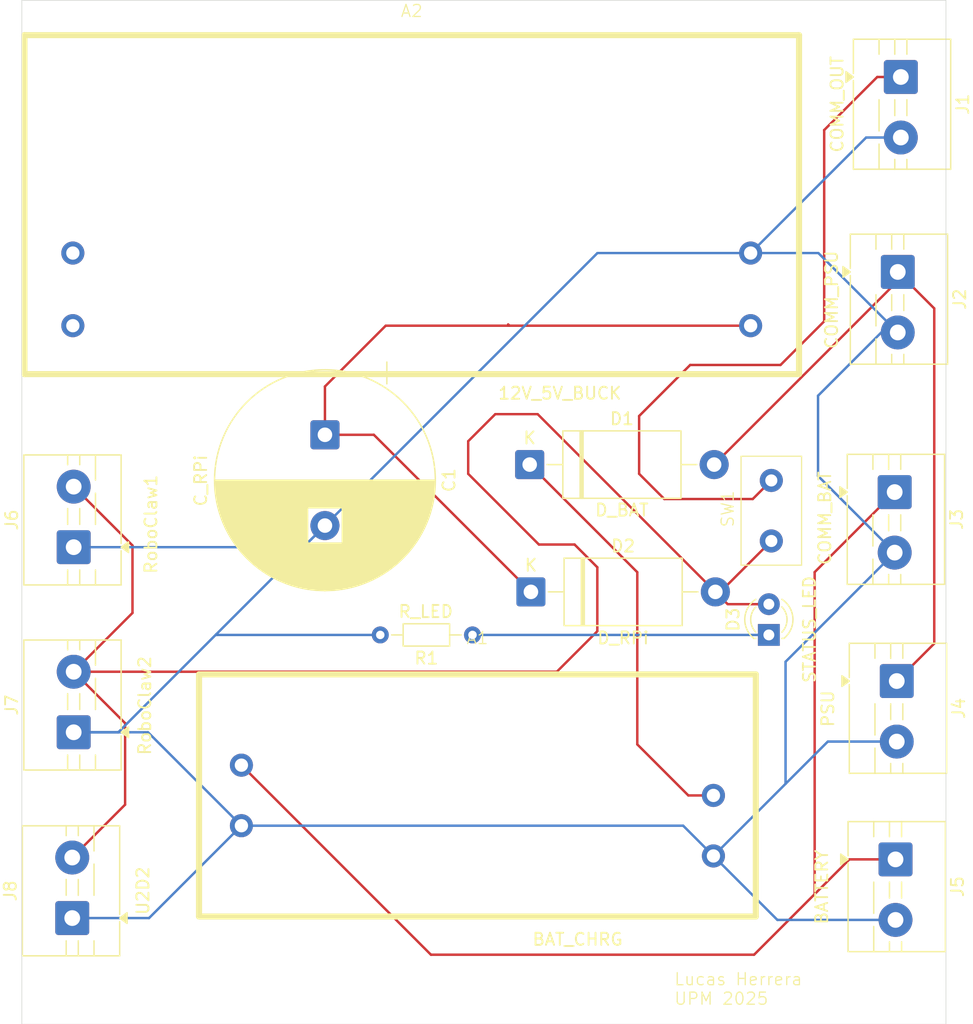
<source format=kicad_pcb>
(kicad_pcb (version 20241229) (generator "pcbnew") (generator_version "9.0")
  (layers (0 "F.Cu" signal) (2 "B.Cu" signal) (13 "F.Paste" user) (15 "B.Paste" user) (5 "F.SilkS" user "F.Silkscreen") (7 "B.SilkS" user "B.Silkscreen") (1 "F.Mask" user) (3 "B.Mask" user) (25 "Edge.Cuts" user))
  (net 0 "")
  (net 1 "Net-(A1-Vin+)")
  (net 2 "Net-(A1-Bat+)")
  (net 3 "GND")
  (net 4 "Net-(A2-Vin+)")
  (net 7 "Net-(D1-A)")
  (net 8 "Net-(D2-A)")
  (net 9 "Net-(J1-Pin_1)")
  (net 10 "Net-(D3-K)")
  (footprint "components:BAT_CHRG" (layer "F.Cu") (at 136.8044 111.9124)
    (property "Reference" "A1" (at 0 -13 0) (layer "F.SilkS") (effects (font (thickness 0.1))))
    (property "Value" "BAT_CHRG")
    (pad "1" thru_hole circle (at 19.5 0) (size 1.905 1.905) (drill 1.1) (layers "*.Cu" "*.Mask") (net 1 "Net-(A1-Vin+)"))
    (pad "2" thru_hole circle (at 19.5 5) (size 1.905 1.905) (drill 1.1) (layers "*.Cu" "*.Mask") (net 3 "GND"))
    (pad "3" thru_hole circle (at -19.5 2.5) (size 1.905 1.905) (drill 1.1) (layers "*.Cu" "*.Mask") (net 3 "GND"))
    (pad "4" thru_hole circle (at -19.5 -2.5) (size 1.905 1.905) (drill 1.1) (layers "*.Cu" "*.Mask") (net 2 "Net-(A1-Bat+)"))
  )
  (footprint "Capacitor_THT:CP_Radial_D18.0mm_P7.50mm" (layer "F.Cu") (at 124.206 82.12022 -90)
    (property "Reference" "C1" (at 3.75 -10.25 90) (layer "F.SilkS"))
    (property "Value" "C_RPi")
    (pad "1" thru_hole roundrect (at 0 0 270) (size 2.4 2.4) (drill 1.2) (layers "*.Cu" "*.Mask") (roundrect_rratio 0.104167) (net 4 "Net-(A2-Vin+)"))
    (pad "2" thru_hole circle (at 7.5 0 270) (size 2.4 2.4) (drill 1.2) (layers "*.Cu" "*.Mask") (net 3 "GND"))
  )
  (footprint "Resistor_THT:R_Axial_DIN0204_L3.6mm_D1.6mm_P7.62mm_Horizontal" (layer "F.Cu") (at 136.398 98.6536 180)
    (property "Reference" "R1" (at 3.81 -1.92 0) (layer "F.SilkS"))
    (property "Value" "R_LED")
    (pad "1" thru_hole circle (at 0 0 180) (size 1.4 1.4) (drill 0.7) (layers "*.Cu" "*.Mask") (net 10 "Net-(D3-K)"))
    (pad "2" thru_hole circle (at 7.62 0 180) (size 1.4 1.4) (drill 0.7) (layers "*.Cu" "*.Mask") (net 3 "GND"))
  )
  (footprint "TerminalBlock:TerminalBlock_MaiXu_MX126-5.0-02P_1x02_P5.00mm" (layer "F.Cu") (at 171.2793 86.8532 -90)
    (property "Reference" "J3" (at 2.25 -5.12 90) (layer "F.SilkS"))
    (property "Value" "COMM_BAT")
    (pad "1" thru_hole roundrect (at 0 0 270) (size 2.8 2.8) (drill 1.3) (layers "*.Cu" "*.Mask") (roundrect_rratio 0.089286) (net 2 "Net-(A1-Bat+)"))
    (pad "2" thru_hole circle (at 5 0 270) (size 2.8 2.8) (drill 1.3) (layers "*.Cu" "*.Mask") (net 3 "GND"))
  )
  (footprint "components:switch" (layer "F.Cu") (at 161.0868 88.392 90)
    (property "Reference" "SW1" (at 0.1524 -3.6068 90) (layer "F.SilkS") (effects (font (thickness 0.1))))
    (property "Value" "PWR_SWITCH")
    (pad "1" thru_hole circle (at -2.5 0 90) (size 1.905 1.905) (drill 1) (layers "*.Cu" "*.Mask") (net 8 "Net-(D2-A)"))
    (pad "2" thru_hole circle (at 2.5 0 90) (size 1.905 1.905) (drill 1) (layers "*.Cu" "*.Mask") (net 9 "Net-(J1-Pin_1)"))
  )
  (footprint "Diode_THT:D_DO-27_P15.24mm_Horizontal" (layer "F.Cu") (at 141.1224 84.582)
    (property "Reference" "D1" (at 7.62 -3.785 0) (layer "F.SilkS"))
    (property "Value" "D_BAT")
    (fp_text user "K" (at 0 -2.2 0) (layer "F.SilkS"))
    (pad "1" thru_hole roundrect (at 0 0) (size 2.4 2.4) (drill 1.2) (layers "*.Cu" "*.Mask") (roundrect_rratio 0.104167) (net 1 "Net-(A1-Vin+)"))
    (pad "2" thru_hole circle (at 15.24 0) (size 2.4 2.4) (drill 1.2) (layers "*.Cu" "*.Mask") (net 7 "Net-(D1-A)"))
  )
  (footprint "TerminalBlock:TerminalBlock_MaiXu_MX126-5.0-02P_1x02_P5.00mm" (layer "F.Cu") (at 171.5333 68.6668 -90)
    (property "Reference" "J2" (at 2.25 -5.12 90) (layer "F.SilkS"))
    (property "Value" "COMM_PSU")
    (pad "1" thru_hole roundrect (at 0 0 270) (size 2.8 2.8) (drill 1.3) (layers "*.Cu" "*.Mask") (roundrect_rratio 0.089286) (net 7 "Net-(D1-A)"))
    (pad "2" thru_hole circle (at 5 0 270) (size 2.8 2.8) (drill 1.3) (layers "*.Cu" "*.Mask") (net 3 "GND"))
  )
  (footprint "TerminalBlock:TerminalBlock_MaiXu_MX126-5.0-02P_1x02_P5.00mm" (layer "F.Cu") (at 103.4471 91.404 90)
    (property "Reference" "J6" (at 2.25 -5.12 90) (layer "F.SilkS"))
    (property "Value" "RoboClaw1")
    (pad "1" thru_hole roundrect (at 0 0 90) (size 2.8 2.8) (drill 1.3) (layers "*.Cu" "*.Mask") (roundrect_rratio 0.089286) (net 3 "GND"))
    (pad "2" thru_hole circle (at 5 0 90) (size 2.8 2.8) (drill 1.3) (layers "*.Cu" "*.Mask") (net 8 "Net-(D2-A)"))
  )
  (footprint "TerminalBlock:TerminalBlock_MaiXu_MX126-5.0-02P_1x02_P5.00mm" (layer "F.Cu") (at 171.45 102.4636 -90)
    (property "Reference" "J4" (at 2.25 -5.12 90) (layer "F.SilkS"))
    (property "Value" "PSU" (at 2.286 5.6896 90) (layer "F.SilkS"))
    (pad "1" thru_hole roundrect (at 0 0 270) (size 2.8 2.8) (drill 1.3) (layers "*.Cu" "*.Mask") (roundrect_rratio 0.089286) (net 7 "Net-(D1-A)"))
    (pad "2" thru_hole circle (at 5 0 270) (size 2.8 2.8) (drill 1.3) (layers "*.Cu" "*.Mask") (net 3 "GND"))
  )
  (footprint "TerminalBlock:TerminalBlock_MaiXu_MX126-5.0-02P_1x02_P5.00mm" (layer "F.Cu") (at 171.3484 117.1956 -90)
    (property "Reference" "J5" (at 2.25 -5.12 90) (layer "F.SilkS"))
    (property "Value" "BATTERY")
    (pad "1" thru_hole roundrect (at 0 0 270) (size 2.8 2.8) (drill 1.3) (layers "*.Cu" "*.Mask") (roundrect_rratio 0.089286) (net 2 "Net-(A1-Bat+)"))
    (pad "2" thru_hole circle (at 5 0 270) (size 2.8 2.8) (drill 1.3) (layers "*.Cu" "*.Mask") (net 3 "GND"))
  )
  (footprint "TerminalBlock:TerminalBlock_MaiXu_MX126-5.0-02P_1x02_P5.00mm" (layer "F.Cu") (at 103.4471 106.6948 90)
    (property "Reference" "J7" (at 2.25 -5.12 90) (layer "F.SilkS"))
    (property "Value" "RoboClaw2")
    (pad "1" thru_hole roundrect (at 0 0 90) (size 2.8 2.8) (drill 1.3) (layers "*.Cu" "*.Mask") (roundrect_rratio 0.089286) (net 3 "GND"))
    (pad "2" thru_hole circle (at 5 0 90) (size 2.8 2.8) (drill 1.3) (layers "*.Cu" "*.Mask") (net 8 "Net-(D2-A)"))
  )
  (footprint "components:12V_5V_BUCK" (layer "F.Cu") (at 131.378 63.1068)
    (property "Reference" "A2" (at 0 -16 0) (layer "F.SilkS") (effects (font (thickness 0.1))))
    (property "Value" "12V_5V_BUCK")
    (pad "1" thru_hole circle (at 28 4) (size 1.905 1.905) (drill 1.1) (layers "*.Cu" "*.Mask") (net 3 "GND"))
    (pad "2" thru_hole circle (at 28 10) (size 1.905 1.905) (drill 1.1) (layers "*.Cu" "*.Mask") (net 4 "Net-(A2-Vin+)"))
    (pad "3" thru_hole circle (at -28 10) (size 1.905 1.905) (drill 1.1) (layers "*.Cu" "*.Mask"))
    (pad "4" thru_hole circle (at -28 4) (size 1.905 1.905) (drill 1.1) (layers "*.Cu" "*.Mask"))
  )
  (footprint "Diode_THT:D_DO-27_P15.24mm_Horizontal" (layer "F.Cu") (at 141.224 95.0976)
    (property "Reference" "D2" (at 7.62 -3.785 0) (layer "F.SilkS"))
    (property "Value" "D_RPi")
    (fp_text user "K" (at 0 -2.2 0) (layer "F.SilkS"))
    (pad "1" thru_hole roundrect (at 0 0) (size 2.4 2.4) (drill 1.2) (layers "*.Cu" "*.Mask") (roundrect_rratio 0.104167) (net 4 "Net-(A2-Vin+)"))
    (pad "2" thru_hole circle (at 15.24 0) (size 2.4 2.4) (drill 1.2) (layers "*.Cu" "*.Mask") (net 8 "Net-(D2-A)"))
  )
  (footprint "TerminalBlock:TerminalBlock_MaiXu_MX126-5.0-02P_1x02_P5.00mm" (layer "F.Cu") (at 171.7873 52.5632 -90)
    (property "Reference" "J1" (at 2.25 -5.12 90) (layer "F.SilkS"))
    (property "Value" "COMM_OUT")
    (pad "1" thru_hole roundrect (at 0 0 270) (size 2.8 2.8) (drill 1.3) (layers "*.Cu" "*.Mask") (roundrect_rratio 0.089286) (net 9 "Net-(J1-Pin_1)"))
    (pad "2" thru_hole circle (at 5 0 270) (size 2.8 2.8) (drill 1.3) (layers "*.Cu" "*.Mask") (net 3 "GND"))
  )
  (footprint "TerminalBlock:TerminalBlock_MaiXu_MX126-5.0-02P_1x02_P5.00mm" (layer "F.Cu") (at 103.3272 122.0432 90)
    (property "Reference" "J8" (at 2.25 -5.12 90) (layer "F.SilkS"))
    (property "Value" "U2D2")
    (pad "1" thru_hole roundrect (at 0 0 90) (size 2.8 2.8) (drill 1.3) (layers "*.Cu" "*.Mask") (roundrect_rratio 0.089286) (net 3 "GND"))
    (pad "2" thru_hole circle (at 5 0 90) (size 2.8 2.8) (drill 1.3) (layers "*.Cu" "*.Mask") (net 8 "Net-(D2-A)"))
  )
  (footprint "LED_THT:LED_D3.0mm" (layer "F.Cu") (at 160.8836 98.6536 90)
    (property "Reference" "D3" (at 1.27 -2.96 90) (layer "F.SilkS"))
    (property "Value" "STATUS_LED")
    (pad "1" thru_hole rect (at 0 0 90) (size 1.8 1.8) (drill 0.9) (layers "*.Cu" "*.Mask") (net 10 "Net-(D3-K)"))
    (pad "2" thru_hole circle (at 2.54 0 90) (size 1.8 1.8) (drill 0.9) (layers "*.Cu" "*.Mask") (net 8 "Net-(D2-A)"))
  )
  (gr_rect (start 99.1616 46.228) (end 175.514 130.81) (stroke (width 0.05)) (fill no) (layer "Edge.Cuts"))
  (gr_text "COMM_BAT" (at 165.5064 89.0016 90) (layer "F.SilkS") (effects (font (size 1 1))))
  (gr_text "COMM_OUT" (at 166.5224 54.8132 90) (layer "F.SilkS") (effects (font (size 1 1))))
  (gr_text "U2D2" (at 109.1692 119.7864 90) (layer "F.SilkS") (effects (font (size 1 1))))
  (gr_text "D_BAT" (at 148.7424 88.3412 0) (layer "F.SilkS") (effects (font (size 1 1))))
  (gr_text "COMM_PSU" (at 166.0652 70.9676 90) (layer "F.SilkS") (effects (font (size 1 1))))
  (gr_text "12V_5V_BUCK" (at 143.6116 78.6892 0) (layer "F.SilkS") (effects (font (size 1 1))))
  (gr_text "RoboClaw1" (at 109.8296 89.5096 90) (layer "F.SilkS") (effects (font (size 1 1))))
  (gr_text "RoboClaw2" (at 109.3216 104.4956 90) (layer "F.SilkS") (effects (font (size 1 1))))
  (gr_text "Lucas Herrera\nUPM 2025\n" (at 153.0096 129.286 0) (layer "F.SilkS") (effects (font (size 1 1) (thickness 0.1)) (justify left bottom)))
  (gr_text "R_LED" (at 132.5372 96.7232 0) (layer "F.SilkS") (effects (font (size 1 1))))
  (gr_text "BATTERY" (at 165.2524 119.4816 90) (layer "F.SilkS") (effects (font (size 1 1))))
  (gr_text "BAT_CHRG" (at 145.0848 123.7996 0) (layer "F.SilkS") (effects (font (size 1 1))))
  (gr_text "C_RPi" (at 113.9444 85.9028 90) (layer "F.SilkS") (effects (font (size 1 1))))
  (gr_text "STATUS_LED" (at 164.2364 98.1964 90) (layer "F.SilkS") (effects (font (size 1 1))))
  (gr_text "D_RPi" (at 148.844 98.9076 0) (layer "F.SilkS") (effects (font (size 1 1))))
  (segment (start 150.0124 93.472) (end 150.0124 107.696) (width 0.2) (layer "F.Cu") (net 1))
  (segment (start 154.2288 111.9124) (end 156.3044 111.9124) (width 0.2) (layer "F.Cu") (net 1))
  (segment (start 141.1224 84.582) (end 150.0124 93.472) (width 0.2) (layer "F.Cu") (net 1))
  (segment (start 150.0124 107.696) (end 154.2288 111.9124) (width 0.2) (layer "F.Cu") (net 1))
  (segment (start 167.5384 117.1956) (end 164.6682 120.0658) (width 0.2) (layer "F.Cu") (net 2))
  (segment (start 171.2793 86.8532) (end 164.6682 93.4643) (width 0.2) (layer "F.Cu") (net 2))
  (segment (start 164.6682 120.0658) (end 159.6644 125.0696) (width 0.2) (layer "F.Cu") (net 2))
  (segment (start 171.3484 117.1956) (end 167.5384 117.1956) (width 0.2) (layer "F.Cu") (net 2))
  (segment (start 132.9616 125.0696) (end 117.3044 109.4124) (width 0.2) (layer "F.Cu") (net 2))
  (segment (start 164.6682 93.4643) (end 164.6682 120.0658) (width 0.2) (layer "F.Cu") (net 2))
  (segment (start 159.6644 125.0696) (end 132.9616 125.0696) (width 0.2) (layer "F.Cu") (net 2))
  (segment (start 107.13142 106.6948) (end 115.21891 98.60731) (width 0.2) (layer "B.Cu") (net 3))
  (segment (start 146.71942 67.1068) (end 159.378 67.1068) (width 0.2) (layer "B.Cu") (net 3))
  (segment (start 171.45 107.4636) (end 165.7532 107.4636) (width 0.2) (layer "B.Cu") (net 3))
  (segment (start 103.4471 91.404) (end 122.42222 91.404) (width 0.2) (layer "B.Cu") (net 3))
  (segment (start 171.5333 73.6668) (end 170.1732 73.6668) (width 0.2) (layer "B.Cu") (net 3))
  (segment (start 162.2624 110.9544) (end 156.3044 116.9124) (width 0.2) (layer "B.Cu") (net 3))
  (segment (start 109.6736 122.0432) (end 117.3044 114.4124) (width 0.2) (layer "B.Cu") (net 3))
  (segment (start 122.42222 91.404) (end 124.206 89.62022) (width 0.2) (layer "B.Cu") (net 3))
  (segment (start 117.3044 114.4124) (end 109.5868 106.6948) (width 0.2) (layer "B.Cu") (net 3))
  (segment (start 153.8044 114.4124) (end 156.3044 116.9124) (width 0.2) (layer "B.Cu") (net 3))
  (segment (start 159.378 67.1068) (end 164.9733 67.1068) (width 0.2) (layer "B.Cu") (net 3))
  (segment (start 124.206 89.62022) (end 146.71942 67.1068) (width 0.2) (layer "B.Cu") (net 3))
  (segment (start 128.778 98.6536) (end 115.2652 98.6536) (width 0.2) (layer "B.Cu") (net 3))
  (segment (start 164.9476 78.8924) (end 164.9476 85.5215) (width 0.2) (layer "B.Cu") (net 3))
  (segment (start 171.2793 91.8532) (end 162.2624 100.8701) (width 0.2) (layer "B.Cu") (net 3))
  (segment (start 164.9733 67.1068) (end 171.5333 73.6668) (width 0.2) (layer "B.Cu") (net 3))
  (segment (start 161.5876 122.1956) (end 156.3044 116.9124) (width 0.2) (layer "B.Cu") (net 3))
  (segment (start 162.2624 100.8701) (end 162.2624 110.9544) (width 0.2) (layer "B.Cu") (net 3))
  (segment (start 115.2652 98.6536) (end 115.21891 98.60731) (width 0.2) (layer "B.Cu") (net 3))
  (segment (start 170.1732 73.6668) (end 164.9476 78.8924) (width 0.2) (layer "B.Cu") (net 3))
  (segment (start 168.9216 57.5632) (end 159.378 67.1068) (width 0.2) (layer "B.Cu") (net 3))
  (segment (start 171.7873 57.5632) (end 168.9216 57.5632) (width 0.2) (layer "B.Cu") (net 3))
  (segment (start 115.21891 98.60731) (end 124.206 89.62022) (width 0.2) (layer "B.Cu") (net 3))
  (segment (start 165.7532 107.4636) (end 162.2624 110.9544) (width 0.2) (layer "B.Cu") (net 3))
  (segment (start 171.3484 122.1956) (end 161.5876 122.1956) (width 0.2) (layer "B.Cu") (net 3))
  (segment (start 103.4471 106.6948) (end 107.13142 106.6948) (width 0.2) (layer "B.Cu") (net 3))
  (segment (start 164.9476 85.5215) (end 171.2793 91.8532) (width 0.2) (layer "B.Cu") (net 3))
  (segment (start 117.3044 114.4124) (end 153.8044 114.4124) (width 0.2) (layer "B.Cu") (net 3))
  (segment (start 103.3272 122.0432) (end 109.6736 122.0432) (width 0.2) (layer "B.Cu") (net 3))
  (segment (start 109.5868 106.6948) (end 103.4471 106.6948) (width 0.2) (layer "B.Cu") (net 3))
  (segment (start 124.206 78.1304) (end 129.2296 73.1068) (width 0.2) (layer "F.Cu") (net 4))
  (segment (start 124.206 82.12022) (end 124.206 78.1304) (width 0.2) (layer "F.Cu") (net 4))
  (segment (start 128.24662 82.12022) (end 141.224 95.0976) (width 0.2) (layer "F.Cu") (net 4))
  (segment (start 129.2296 73.1068) (end 159.378 73.1068) (width 0.2) (layer "F.Cu") (net 4))
  (segment (start 124.206 82.12022) (end 128.24662 82.12022) (width 0.2) (layer "F.Cu") (net 4))
  (segment (start 139.3444 72.9996) (end 139.4516 73.1068) (width 0.2) (layer "F.Cu") (net 4))
  (segment (start 171.5333 69.4111) (end 171.5333 68.6668) (width 0.2) (layer "F.Cu") (net 7))
  (segment (start 156.3624 84.582) (end 171.5333 69.4111) (width 0.2) (layer "F.Cu") (net 7))
  (segment (start 174.5488 71.6823) (end 171.5333 68.6668) (width 0.2) (layer "F.Cu") (net 7))
  (segment (start 174.5488 99.3648) (end 174.5488 71.6823) (width 0.2) (layer "F.Cu") (net 7))
  (segment (start 171.45 102.4636) (end 174.5488 99.3648) (width 0.2) (layer "F.Cu") (net 7))
  (segment (start 156.8812 95.0976) (end 156.464 95.0976) (width 0.2) (layer "F.Cu") (net 8))
  (segment (start 157.48 96.1136) (end 156.464 95.0976) (width 0.2) (layer "F.Cu") (net 8))
  (segment (start 138.2776 80.4164) (end 136.0424 82.6516) (width 0.2) (layer "F.Cu") (net 8))
  (segment (start 143.3644 101.6948) (end 103.4471 101.6948) (width 0.2) (layer "F.Cu") (net 8))
  (segment (start 146.7104 93.0656) (end 146.7104 98.3488) (width 0.2) (layer "F.Cu") (net 8))
  (segment (start 141.8844 91.186) (end 144.8308 91.186) (width 0.2) (layer "F.Cu") (net 8))
  (segment (start 144.8308 91.186) (end 146.7104 93.0656) (width 0.2) (layer "F.Cu") (net 8))
  (segment (start 136.0424 82.6516) (end 136.0424 85.344) (width 0.2) (layer "F.Cu") (net 8))
  (segment (start 146.7104 98.3488) (end 143.3644 101.6948) (width 0.2) (layer "F.Cu") (net 8))
  (segment (start 141.7828 80.4164) (end 138.2776 80.4164) (width 0.2) (layer "F.Cu") (net 8))
  (segment (start 160.8836 96.1136) (end 157.48 96.1136) (width 0.2) (layer "F.Cu") (net 8))
  (segment (start 136.0424 85.344) (end 141.8844 91.186) (width 0.2) (layer "F.Cu") (net 8))
  (segment (start 103.4471 86.404) (end 108.3056 91.2625) (width 0.2) (layer "F.Cu") (net 8))
  (segment (start 161.0868 90.892) (end 156.8812 95.0976) (width 0.2) (layer "F.Cu") (net 8))
  (segment (start 103.4471 101.6948) (end 107.696 105.9437) (width 0.2) (layer "F.Cu") (net 8))
  (segment (start 108.3056 91.2625) (end 108.3056 96.8363) (width 0.2) (layer "F.Cu") (net 8))
  (segment (start 107.696 105.9437) (end 107.696 112.6744) (width 0.2) (layer "F.Cu") (net 8))
  (segment (start 156.464 95.0976) (end 141.7828 80.4164) (width 0.2) (layer "F.Cu") (net 8))
  (segment (start 108.3056 96.8363) (end 103.4471 101.6948) (width 0.2) (layer "F.Cu") (net 8))
  (segment (start 107.696 112.6744) (end 103.3272 117.0432) (width 0.2) (layer "F.Cu") (net 8))
  (segment (start 161.0868 85.892) (end 159.552 87.4268) (width 0.2) (layer "F.Cu") (net 9))
  (segment (start 150.1648 80.5688) (end 154.3812 76.3524) (width 0.2) (layer "F.Cu") (net 9))
  (segment (start 165.4556 56.9468) (end 169.8392 52.5632) (width 0.2) (layer "F.Cu") (net 9))
  (segment (start 154.3812 76.3524) (end 161.8488 76.3524) (width 0.2) (layer "F.Cu") (net 9))
  (segment (start 150.1648 85.344) (end 150.1648 80.5688) (width 0.2) (layer "F.Cu") (net 9))
  (segment (start 159.552 87.4268) (end 152.2476 87.4268) (width 0.2) (layer "F.Cu") (net 9))
  (segment (start 161.8488 76.3524) (end 165.4556 72.7456) (width 0.2) (layer "F.Cu") (net 9))
  (segment (start 152.2476 87.4268) (end 150.1648 85.344) (width 0.2) (layer "F.Cu") (net 9))
  (segment (start 165.4556 72.7456) (end 165.4556 56.9468) (width 0.2) (layer "F.Cu") (net 9))
  (segment (start 169.8392 52.5632) (end 171.7873 52.5632) (width 0.2) (layer "F.Cu") (net 9))
  (segment (start 136.398 98.6536) (end 160.8836 98.6536) (width 0.2) (layer "B.Cu") (net 10))
)
</source>
